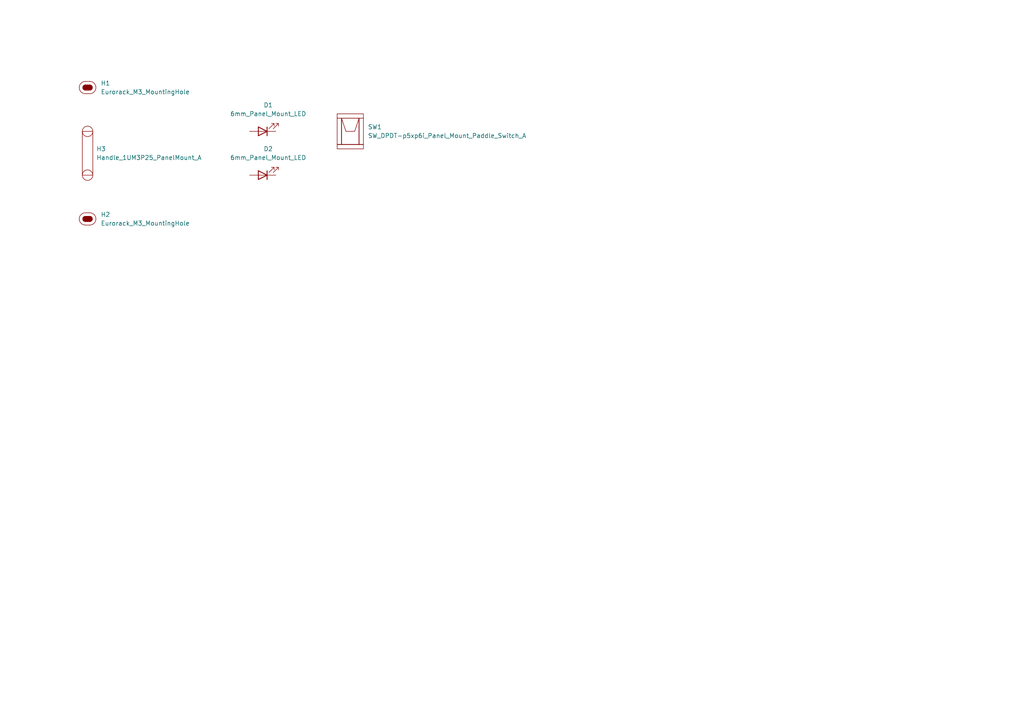
<source format=kicad_sch>
(kicad_sch (version 20250114) (generator "eeschema") (generator_version "9.0")
  (paper "A4")
  (lib_symbols
    (symbol "EXC:6mm_Panel_Mount_LED" (pin_numbers (hide yes)) (pin_names (offset 1.016) (hide yes))
      (property "Reference" "D" (at 0 2.54 0))
      (property "Value" "6mm_Panel_Mount_LED" (at 0 -3.556 0))
      (symbol "6mm_Panel_Mount_LED_0_1"
        (polyline (pts (xy -1.27 1.27) (xy -1.27 -1.27) (xy 1.27 0) (xy -1.27 1.27)) (stroke (width 0.254)))
        (polyline (pts (xy 1.27 1.27) (xy 1.27 -1.27)) (stroke (width 0.254)))
        (polyline (pts (xy 1.27 0) (xy -1.27 0)))
        (polyline (pts (xy 1.778 0.762) (xy 3.302 2.286) (xy 2.54 2.286) (xy 3.302 2.286) (xy 3.302 1.524)))
        (polyline (pts (xy 3.048 0.762) (xy 4.572 2.286) (xy 3.81 2.286) (xy 4.572 2.286) (xy 4.572 1.524)))
      )
      (symbol "6mm_Panel_Mount_LED_1_1"
        (pin passive line (at -3.81 0 0) (length 2.54) (name "A") (number "2"))
        (pin passive line (at 3.81 0 180) (length 2.54) (name "K") (number "1"))
      )
    )
    (symbol "EXC:Eurorack_M3_MountingHole" (pin_names (offset 1.016))
      (property "Reference" "H" (at 0 5.08 0))
      (property "Value" "Eurorack_M3_MountingHole" (at 0 3.175 0))
      (symbol "Eurorack_M3_MountingHole_0_1"
        (polyline (pts (xy -0.635 0.762) (xy 0.635 0.762)))
        (circle (center -0.635 0) (radius 0.762) (fill (type outline)))
        (arc (start -0.635 -0.762) (mid -1.397 0) (end -0.635 0.762))
        (arc (start -0.635 -1.778) (mid -2.413 0) (end -0.635 1.778))
        (polyline (pts (xy -0.635 -0.762) (xy 0.635 -0.762)))
        (polyline (pts (xy -0.635 -1.778) (xy 0.635 -1.778)))
        (circle (center 0 0) (radius 0.762) (fill (type outline)))
        (polyline (pts (xy 0.635 1.778) (xy -0.635 1.778)))
        (arc (start 0.6141 1.778) (mid 2.4131 0) (end 0.6141 -1.778))
        (arc (start 0.6227 0.762) (mid 1.3971 0) (end 0.6227 -0.762))
        (circle (center 0.635 0) (radius 0.762) (fill (type outline)))
      )
    )
    (symbol "EXC:Handle_1UM3P25_A"
      (property "Reference" "H" (at 0 -6.35 0))
      (property "Value" "Handle_1UM3P25_PanelMount_A" (at 0.254 -17.018 0))
      (symbol "Handle_1UM3P25_A_0_1"
        (rectangle (start -1.524 0) (end 1.524 -12.7))
        (circle (center 0 0) (radius 1.524))
        (circle (center 0 -12.7) (radius 1.524))
      )
    )
    (symbol "EXC:SW_DPDT-p5xp6i_Panel_Mount_Paddle_Switch_A" (pin_names (offset 0) (hide yes))
      (property "Reference" "SW" (at 0 6.096 0))
      (property "Value" "SW_DPDT-p5xp6i_Panel_Mount_Paddle_Switch_A" (at 0 -6.35 0))
      (symbol "SW_DPDT-p5xp6i_Panel_Mount_Paddle_Switch_A_0_1"
        (rectangle (start -3.81 5.08) (end 3.81 3.81) (fill (type color)))
        (rectangle (start -3.81 3.81) (end -2.54 -3.81) (fill (type color)))
        (rectangle (start -3.81 -3.81) (end 3.81 -5.08) (fill (type color)))
        (rectangle (start -2.54 3.81) (end 2.54 -3.81))
        (polyline (pts (xy -2.54 3.81) (xy -1.27 0) (xy 1.27 0) (xy 2.54 3.81) (xy -2.54 3.81)) (fill (type color)))
        (rectangle (start 2.54 3.81) (end 3.81 -3.81) (fill (type color)))
      )
    )
  )
  (symbol (lib_id "EXC:Eurorack_M3_MountingHole") (at 25.4 25.4 0) (unit 1)
    (property "Reference" "H1" (at 29.21 24.1299 0) (effects (justify left)))
    (property "Value" "Eurorack_M3_MountingHole" (at 29.21 26.6699 0) (effects (justify left)))
    (property "Footprint" "EXC:MountingHole_3.2mm_M3" (effects (hide yes)))
    (property "Description" "Mounting Hole without connection" (effects (hide yes)))
  )
  (symbol (lib_id "EXC:Handle_1UM3P25_A") (at 25.4 38.1 0) (unit 1)
    (property "Reference" "H3" (at 27.94 43.1799 0) (effects (justify left)))
    (property "Value" "Handle_1UM3P25_PanelMount_A" (at 27.94 45.7199 0) (effects (justify left)))
    (property "Footprint" "EXC:Handle_1UM3P25_A" (effects (hide yes)))
  )
  (symbol (lib_id "EXC:6mm_Panel_Mount_LED") (at 76.2 50.8 0) (unit 1)
    (property "Reference" "D2" (at 77.7875 43.18 0))
    (property "Value" "6mm_Panel_Mount_LED" (at 77.7875 45.72 0))
    (property "Footprint" "EXC:6mm_Panel_Mount_LED" (effects (hide yes)))
    (property "Description" "Light emitting diode" (effects (hide yes)))
  )
  (symbol (lib_id "EXC:SW_DPDT-p5xp6i_Panel_Mount_Paddle_Switch_A") (at 101.6 38.1 0) (unit 1)
    (property "Reference" "SW1" (at 106.68 36.8299 0) (effects (justify left)))
    (property "Value" "SW_DPDT-p5xp6i_Panel_Mount_Paddle_Switch_A" (at 106.68 39.3699 0) (effects (justify left)))
    (property "Footprint" "EXC:SW_DPDT_p5xp6i_Panel_Mount_Paddle_Switch_A" (effects (hide yes)))
    (property "Datasheet" "https://ae01.alicdn.com/kf/H1970d0d9a30c4d039488acb0367c7727Z.jpg" (effects (hide yes)))
    (property "Description" "Dual Pole Dual-Throw (DPDT) 0.5\"x0.6\" panel-mount paddle switch" (effects (hide yes)))
    (property "Source" "https://www.aliexpress.com/item/4000545485594.html" (effects (hide yes)))
  )
  (symbol (lib_id "EXC:Eurorack_M3_MountingHole") (at 25.4 63.5 0) (unit 1)
    (property "Reference" "H2" (at 29.21 62.2299 0) (effects (justify left)))
    (property "Value" "Eurorack_M3_MountingHole" (at 29.21 64.7699 0) (effects (justify left)))
    (property "Footprint" "EXC:MountingHole_3.2mm_M3" (effects (hide yes)))
    (property "Description" "Mounting Hole without connection" (effects (hide yes)))
  )
  (symbol (lib_id "EXC:6mm_Panel_Mount_LED") (at 76.2 38.1 0) (unit 1)
    (property "Reference" "D1" (at 77.7875 30.48 0))
    (property "Value" "6mm_Panel_Mount_LED" (at 77.7875 33.02 0))
    (property "Footprint" "EXC:6mm_Panel_Mount_LED" (effects (hide yes)))
    (property "Description" "Light emitting diode" (effects (hide yes)))
  )
)
</source>
